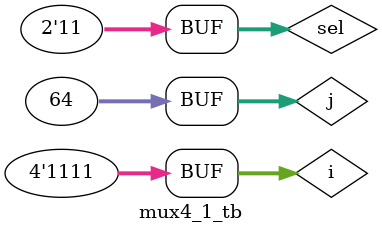
<source format=sv>
`timescale 1ps/1ps
module mux4_1(sel, i, out);
	input logic [1:0] sel; input logic [3:0] i;
	output logic out;
	logic a, b;
	
	
	mux2_1 mux1 (.out(a), .i0(i[0]), .i1(i[1]), .sel(sel[0]));
	mux2_1 mux2 (.out(b), .i0(i[2]), .i1(i[3]), .sel(sel[0]));
	mux2_1 mux3	(.out, .i0(a), .i1(b), .sel(sel[1]));
	
endmodule

module mux8_1(sel, i, out);
	input logic [2:0] sel;
	input logic [7:0] i;
	output logic out;
	logic a, b;
	
	mux4_1 mux0 (.out(a), .i(i[3:0]), .sel(sel[1:0]));
	mux4_1 mux1 (.out(b), .i(i[7:4]), .sel(sel[1:0]));
	mux2_1 mux2	(.out, .i0(a), .i1(b), .sel(sel[2]));
endmodule

module mux4_1_tb();
	logic [1:0] sel;
	logic [3:0]i; 
	logic out;

	mux4_1 dut(.*);
	
	integer j;
	initial begin
		for(j=0; j<64; j++) begin
			{sel, i} = j;
			#10;
		end
	end

endmodule

</source>
